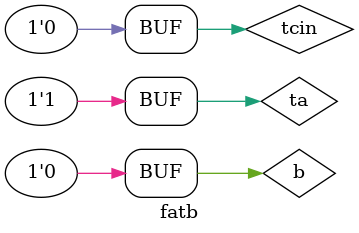
<source format=v>
`timescale 1ns / 1ps


module fatb;
reg  ta,b, tcin;
wire ts,tcout;
fa myadder(.a(ta),
     .b(b),.cin(tcin),.s(ts),
     .cout(tcout)
    );
    initial
    begin
  ta=0;b=0;tcin =0;
  #10 ta=0;b=0;tcin =0;
  #10 ta=0;b=0;tcin =1;
  #10 ta=0;b=1;tcin =0;
  #10 ta=0;b=1;tcin =1;
  #10 ta=1;b=0;tcin =0;
    end

endmodule

</source>
